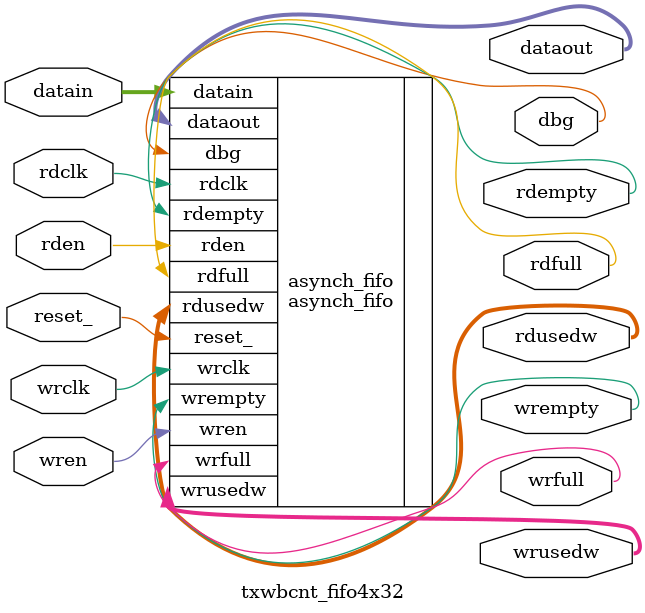
<source format=v>


`timescale 1ns / 1ps
module txwbcnt_fifo4x32 # (parameter WIDTH = 32,         // considering 8X8 fifo
								DEPTH = 4,
								PTR	= 2 )          	// 2**2 = 4 (DEPTH)

		  (
			input wire reset_,
			
			//=== Signals for WRITE
			input  wire 				wrclk,      // Clk for writing data                              
			input  wire 				wren,       // request to write                                     
			input  wire [WIDTH-1 : 0]	datain,     // Data coming in                                 
			output wire					wrfull,     // indicates fifo is full or not (To avoid overiding)
			output wire 			 	wrempty,    // 0- some data is present (atleast 1 data is present)                                            
			output wire	[PTR  : 0]		wrusedw,    // number of slots currently in use for writing                                                                                                         
                                                    

			//=== Signals for READ
			input  wire 				rdclk,      // Clk for reading data                                
			input  wire 				rden,       // Request to read from FIFO                           
			output wire [WIDTH-1 : 0]	dataout,    // Data coming out                                     
			output wire 				rdfull,     // 1-FIFO IS FULL (DATA AVAILABLE FOR READ is == DEPTH) 
			output wire 				rdempty,    // indicates fifo is empty or not (to avoid underflow)  
			output wire [PTR  : 0] 		rdusedw,    // number of slots currently in use for reading

			//=== Signals for TEST
			output wire dbg

);


			
			
asynch_fifo # ( .WIDTH(WIDTH),         // considering 8X8 fifo
								.DEPTH(DEPTH),
								.PTR(PTR) )          // 2**2 = 4 (DEPTH)

asynch_fifo		  (
			.reset_(reset_),
			
			//=== Signals for WRITE
			.wrclk(wrclk),      // Clk for writing data                              
			.wren(wren),       	// request to write                                     
			.datain(datain),    // Data coming in                                 
			.wrfull(wrfull),    // indicates fifo is full or not (To avoid overiding)
			.wrempty(wrempty),  // 0- some data is present (atleast 1 data is present)                                            
			.wrusedw(wrusedw),  // number of slots currently in use for writing                                                                                                         
                                                    

			//=== Signals for READ
			.rdclk(rdclk),      // Clk for reading data                                
			.rden(rden),       	// Request to read from FIFO                           
			.dataout(dataout),  // Data coming out                                     
			.rdfull(rdfull),    // 1-FIFO IS FULL (DATA AVAILABLE FOR READ is == DEPTH) 
			.rdempty(rdempty),  // indicates fifo is empty or not (to avoid underflow)  
			.rdusedw(rdusedw),  // number of slots currently in use for reading

			//=== Signals for TEST
			.dbg(dbg)

);			
			
			
			
			
endmodule




</source>
